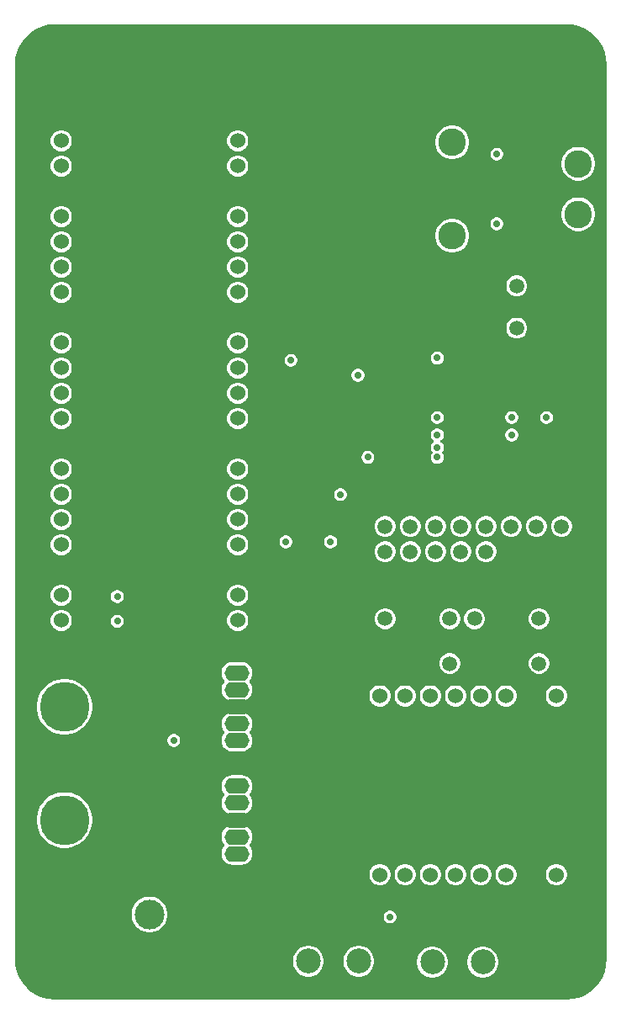
<source format=gbr>
%TF.GenerationSoftware,Altium Limited,Altium Designer,25.2.1 (25)*%
G04 Layer_Physical_Order=2*
G04 Layer_Color=36540*
%FSLAX43Y43*%
%MOMM*%
%TF.SameCoordinates,F457C3C9-6880-4064-B818-50B76E06CF19*%
%TF.FilePolarity,Positive*%
%TF.FileFunction,Copper,L2,Inr,Signal*%
%TF.Part,Single*%
G01*
G75*
%TA.AperFunction,ComponentPad*%
%ADD14C,2.500*%
%ADD15C,5.000*%
%ADD16O,2.500X1.600*%
%ADD17C,1.500*%
%ADD18C,3.000*%
%ADD19C,1.524*%
%ADD20C,6.000*%
%ADD21R,1.500X1.500*%
%ADD22C,2.775*%
%TA.AperFunction,ViaPad*%
%ADD23C,0.700*%
G36*
X56637Y98523D02*
X57259Y98374D01*
X57849Y98129D01*
X58394Y97795D01*
X58880Y97380D01*
X59295Y96894D01*
X59629Y96349D01*
X59874Y95759D01*
X60023Y95137D01*
X60071Y94530D01*
X60065Y94500D01*
Y4500D01*
X60071Y4470D01*
X60023Y3863D01*
X59874Y3241D01*
X59629Y2651D01*
X59295Y2106D01*
X58880Y1620D01*
X58394Y1205D01*
X57849Y871D01*
X57259Y626D01*
X56637Y477D01*
X56030Y429D01*
X56000Y435D01*
X4500D01*
X4470Y429D01*
X3863Y477D01*
X3241Y626D01*
X2651Y871D01*
X2106Y1205D01*
X1620Y1620D01*
X1205Y2106D01*
X871Y2651D01*
X626Y3241D01*
X477Y3863D01*
X429Y4470D01*
X435Y4500D01*
Y94500D01*
X429Y94530D01*
X477Y95137D01*
X626Y95759D01*
X871Y96349D01*
X1205Y96894D01*
X1620Y97380D01*
X2106Y97795D01*
X2651Y98129D01*
X3241Y98374D01*
X3863Y98523D01*
X4470Y98571D01*
X4500Y98565D01*
X56000D01*
X56030Y98571D01*
X56637Y98523D01*
D02*
G37*
%LPC*%
G36*
X23030Y87912D02*
X22750D01*
X22480Y87840D01*
X22238Y87700D01*
X22040Y87502D01*
X21900Y87260D01*
X21828Y86990D01*
Y86710D01*
X21900Y86440D01*
X22040Y86198D01*
X22238Y86000D01*
X22480Y85860D01*
X22750Y85788D01*
X23030D01*
X23300Y85860D01*
X23542Y86000D01*
X23740Y86198D01*
X23880Y86440D01*
X23952Y86710D01*
Y86990D01*
X23880Y87260D01*
X23740Y87502D01*
X23542Y87700D01*
X23300Y87840D01*
X23030Y87912D01*
D02*
G37*
G36*
X5250D02*
X4970D01*
X4700Y87840D01*
X4458Y87700D01*
X4260Y87502D01*
X4120Y87260D01*
X4048Y86990D01*
Y86710D01*
X4120Y86440D01*
X4260Y86198D01*
X4458Y86000D01*
X4700Y85860D01*
X4970Y85788D01*
X5250D01*
X5520Y85860D01*
X5762Y86000D01*
X5960Y86198D01*
X6100Y86440D01*
X6172Y86710D01*
Y86990D01*
X6100Y87260D01*
X5960Y87502D01*
X5762Y87700D01*
X5520Y87840D01*
X5250Y87912D01*
D02*
G37*
G36*
X44666Y88387D02*
X44334D01*
X44008Y88323D01*
X43701Y88195D01*
X43424Y88011D01*
X43189Y87776D01*
X43005Y87499D01*
X42877Y87192D01*
X42812Y86866D01*
Y86534D01*
X42877Y86208D01*
X43005Y85901D01*
X43189Y85624D01*
X43424Y85389D01*
X43701Y85205D01*
X44008Y85077D01*
X44334Y85012D01*
X44666D01*
X44992Y85077D01*
X45299Y85205D01*
X45576Y85389D01*
X45811Y85624D01*
X45995Y85901D01*
X46123Y86208D01*
X46188Y86534D01*
Y86866D01*
X46123Y87192D01*
X45995Y87499D01*
X45811Y87776D01*
X45576Y88011D01*
X45299Y88195D01*
X44992Y88323D01*
X44666Y88387D01*
D02*
G37*
G36*
X49086Y86150D02*
X48914D01*
X48749Y86106D01*
X48601Y86020D01*
X48480Y85899D01*
X48394Y85751D01*
X48350Y85586D01*
Y85414D01*
X48394Y85249D01*
X48480Y85101D01*
X48601Y84980D01*
X48749Y84894D01*
X48914Y84850D01*
X49086D01*
X49251Y84894D01*
X49399Y84980D01*
X49520Y85101D01*
X49606Y85249D01*
X49650Y85414D01*
Y85586D01*
X49606Y85751D01*
X49520Y85899D01*
X49399Y86020D01*
X49251Y86106D01*
X49086Y86150D01*
D02*
G37*
G36*
X23030Y85372D02*
X22750D01*
X22480Y85300D01*
X22238Y85160D01*
X22040Y84962D01*
X21900Y84720D01*
X21828Y84450D01*
Y84170D01*
X21900Y83900D01*
X22040Y83658D01*
X22238Y83460D01*
X22480Y83320D01*
X22750Y83248D01*
X23030D01*
X23300Y83320D01*
X23542Y83460D01*
X23740Y83658D01*
X23880Y83900D01*
X23952Y84170D01*
Y84450D01*
X23880Y84720D01*
X23740Y84962D01*
X23542Y85160D01*
X23300Y85300D01*
X23030Y85372D01*
D02*
G37*
G36*
X5250D02*
X4970D01*
X4700Y85300D01*
X4458Y85160D01*
X4260Y84962D01*
X4120Y84720D01*
X4048Y84450D01*
Y84170D01*
X4120Y83900D01*
X4260Y83658D01*
X4458Y83460D01*
X4700Y83320D01*
X4970Y83248D01*
X5250D01*
X5520Y83320D01*
X5762Y83460D01*
X5960Y83658D01*
X6100Y83900D01*
X6172Y84170D01*
Y84450D01*
X6100Y84720D01*
X5960Y84962D01*
X5762Y85160D01*
X5520Y85300D01*
X5250Y85372D01*
D02*
G37*
G36*
X57366Y86228D02*
X57034D01*
X56708Y86163D01*
X56401Y86035D01*
X56124Y85851D01*
X55889Y85616D01*
X55705Y85339D01*
X55577Y85032D01*
X55513Y84706D01*
Y84374D01*
X55577Y84048D01*
X55705Y83741D01*
X55889Y83464D01*
X56124Y83229D01*
X56401Y83045D01*
X56708Y82917D01*
X57034Y82853D01*
X57366D01*
X57692Y82917D01*
X57999Y83045D01*
X58276Y83229D01*
X58511Y83464D01*
X58695Y83741D01*
X58823Y84048D01*
X58888Y84374D01*
Y84706D01*
X58823Y85032D01*
X58695Y85339D01*
X58511Y85616D01*
X58276Y85851D01*
X57999Y86035D01*
X57692Y86163D01*
X57366Y86228D01*
D02*
G37*
G36*
X23030Y80292D02*
X22750D01*
X22480Y80220D01*
X22238Y80080D01*
X22040Y79882D01*
X21900Y79640D01*
X21828Y79370D01*
Y79090D01*
X21900Y78820D01*
X22040Y78578D01*
X22238Y78380D01*
X22480Y78240D01*
X22750Y78168D01*
X23030D01*
X23300Y78240D01*
X23542Y78380D01*
X23740Y78578D01*
X23880Y78820D01*
X23952Y79090D01*
Y79370D01*
X23880Y79640D01*
X23740Y79882D01*
X23542Y80080D01*
X23300Y80220D01*
X23030Y80292D01*
D02*
G37*
G36*
X5250D02*
X4970D01*
X4700Y80220D01*
X4458Y80080D01*
X4260Y79882D01*
X4120Y79640D01*
X4048Y79370D01*
Y79090D01*
X4120Y78820D01*
X4260Y78578D01*
X4458Y78380D01*
X4700Y78240D01*
X4970Y78168D01*
X5250D01*
X5520Y78240D01*
X5762Y78380D01*
X5960Y78578D01*
X6100Y78820D01*
X6172Y79090D01*
Y79370D01*
X6100Y79640D01*
X5960Y79882D01*
X5762Y80080D01*
X5520Y80220D01*
X5250Y80292D01*
D02*
G37*
G36*
X49086Y79150D02*
X48914D01*
X48749Y79106D01*
X48601Y79020D01*
X48480Y78899D01*
X48394Y78751D01*
X48350Y78586D01*
Y78414D01*
X48394Y78249D01*
X48480Y78101D01*
X48601Y77980D01*
X48749Y77894D01*
X48914Y77850D01*
X49086D01*
X49251Y77894D01*
X49399Y77980D01*
X49520Y78101D01*
X49606Y78249D01*
X49650Y78414D01*
Y78586D01*
X49606Y78751D01*
X49520Y78899D01*
X49399Y79020D01*
X49251Y79106D01*
X49086Y79150D01*
D02*
G37*
G36*
X57366Y81147D02*
X57034D01*
X56708Y81083D01*
X56401Y80955D01*
X56124Y80771D01*
X55889Y80536D01*
X55705Y80259D01*
X55577Y79952D01*
X55513Y79626D01*
Y79294D01*
X55577Y78968D01*
X55705Y78661D01*
X55889Y78384D01*
X56124Y78149D01*
X56401Y77965D01*
X56708Y77837D01*
X57034Y77772D01*
X57366D01*
X57692Y77837D01*
X57999Y77965D01*
X58276Y78149D01*
X58511Y78384D01*
X58695Y78661D01*
X58823Y78968D01*
X58888Y79294D01*
Y79626D01*
X58823Y79952D01*
X58695Y80259D01*
X58511Y80536D01*
X58276Y80771D01*
X57999Y80955D01*
X57692Y81083D01*
X57366Y81147D01*
D02*
G37*
G36*
X23030Y77752D02*
X22750D01*
X22480Y77680D01*
X22238Y77540D01*
X22040Y77342D01*
X21900Y77100D01*
X21828Y76830D01*
Y76550D01*
X21900Y76280D01*
X22040Y76038D01*
X22238Y75840D01*
X22480Y75700D01*
X22750Y75628D01*
X23030D01*
X23300Y75700D01*
X23542Y75840D01*
X23740Y76038D01*
X23880Y76280D01*
X23952Y76550D01*
Y76830D01*
X23880Y77100D01*
X23740Y77342D01*
X23542Y77540D01*
X23300Y77680D01*
X23030Y77752D01*
D02*
G37*
G36*
X5250D02*
X4970D01*
X4700Y77680D01*
X4458Y77540D01*
X4260Y77342D01*
X4120Y77100D01*
X4048Y76830D01*
Y76550D01*
X4120Y76280D01*
X4260Y76038D01*
X4458Y75840D01*
X4700Y75700D01*
X4970Y75628D01*
X5250D01*
X5520Y75700D01*
X5762Y75840D01*
X5960Y76038D01*
X6100Y76280D01*
X6172Y76550D01*
Y76830D01*
X6100Y77100D01*
X5960Y77342D01*
X5762Y77540D01*
X5520Y77680D01*
X5250Y77752D01*
D02*
G37*
G36*
X44666Y78988D02*
X44334D01*
X44008Y78923D01*
X43701Y78795D01*
X43424Y78611D01*
X43189Y78376D01*
X43005Y78099D01*
X42877Y77792D01*
X42812Y77466D01*
Y77134D01*
X42877Y76808D01*
X43005Y76501D01*
X43189Y76224D01*
X43424Y75989D01*
X43701Y75805D01*
X44008Y75677D01*
X44334Y75613D01*
X44666D01*
X44992Y75677D01*
X45299Y75805D01*
X45576Y75989D01*
X45811Y76224D01*
X45995Y76501D01*
X46123Y76808D01*
X46188Y77134D01*
Y77466D01*
X46123Y77792D01*
X45995Y78099D01*
X45811Y78376D01*
X45576Y78611D01*
X45299Y78795D01*
X44992Y78923D01*
X44666Y78988D01*
D02*
G37*
G36*
X23030Y75212D02*
X22750D01*
X22480Y75140D01*
X22238Y75000D01*
X22040Y74802D01*
X21900Y74560D01*
X21828Y74290D01*
Y74010D01*
X21900Y73740D01*
X22040Y73498D01*
X22238Y73300D01*
X22480Y73160D01*
X22750Y73088D01*
X23030D01*
X23300Y73160D01*
X23542Y73300D01*
X23740Y73498D01*
X23880Y73740D01*
X23952Y74010D01*
Y74290D01*
X23880Y74560D01*
X23740Y74802D01*
X23542Y75000D01*
X23300Y75140D01*
X23030Y75212D01*
D02*
G37*
G36*
X5250D02*
X4970D01*
X4700Y75140D01*
X4458Y75000D01*
X4260Y74802D01*
X4120Y74560D01*
X4048Y74290D01*
Y74010D01*
X4120Y73740D01*
X4260Y73498D01*
X4458Y73300D01*
X4700Y73160D01*
X4970Y73088D01*
X5250D01*
X5520Y73160D01*
X5762Y73300D01*
X5960Y73498D01*
X6100Y73740D01*
X6172Y74010D01*
Y74290D01*
X6100Y74560D01*
X5960Y74802D01*
X5762Y75000D01*
X5520Y75140D01*
X5250Y75212D01*
D02*
G37*
G36*
X51138Y73300D02*
X50862D01*
X50595Y73228D01*
X50355Y73090D01*
X50160Y72895D01*
X50022Y72655D01*
X49950Y72388D01*
Y72112D01*
X50022Y71845D01*
X50160Y71605D01*
X50355Y71410D01*
X50595Y71272D01*
X50862Y71200D01*
X51138D01*
X51405Y71272D01*
X51645Y71410D01*
X51840Y71605D01*
X51978Y71845D01*
X52050Y72112D01*
Y72388D01*
X51978Y72655D01*
X51840Y72895D01*
X51645Y73090D01*
X51405Y73228D01*
X51138Y73300D01*
D02*
G37*
G36*
X23030Y72672D02*
X22750D01*
X22480Y72600D01*
X22238Y72460D01*
X22040Y72262D01*
X21900Y72020D01*
X21828Y71750D01*
Y71470D01*
X21900Y71200D01*
X22040Y70958D01*
X22238Y70760D01*
X22480Y70620D01*
X22750Y70548D01*
X23030D01*
X23300Y70620D01*
X23542Y70760D01*
X23740Y70958D01*
X23880Y71200D01*
X23952Y71470D01*
Y71750D01*
X23880Y72020D01*
X23740Y72262D01*
X23542Y72460D01*
X23300Y72600D01*
X23030Y72672D01*
D02*
G37*
G36*
X5250D02*
X4970D01*
X4700Y72600D01*
X4458Y72460D01*
X4260Y72262D01*
X4120Y72020D01*
X4048Y71750D01*
Y71470D01*
X4120Y71200D01*
X4260Y70958D01*
X4458Y70760D01*
X4700Y70620D01*
X4970Y70548D01*
X5250D01*
X5520Y70620D01*
X5762Y70760D01*
X5960Y70958D01*
X6100Y71200D01*
X6172Y71470D01*
Y71750D01*
X6100Y72020D01*
X5960Y72262D01*
X5762Y72460D01*
X5520Y72600D01*
X5250Y72672D01*
D02*
G37*
G36*
X51138Y69050D02*
X50862D01*
X50595Y68978D01*
X50355Y68840D01*
X50160Y68645D01*
X50022Y68405D01*
X49950Y68138D01*
Y67862D01*
X50022Y67595D01*
X50160Y67355D01*
X50355Y67160D01*
X50595Y67022D01*
X50862Y66950D01*
X51138D01*
X51405Y67022D01*
X51645Y67160D01*
X51840Y67355D01*
X51978Y67595D01*
X52050Y67862D01*
Y68138D01*
X51978Y68405D01*
X51840Y68645D01*
X51645Y68840D01*
X51405Y68978D01*
X51138Y69050D01*
D02*
G37*
G36*
X23030Y67592D02*
X22750D01*
X22480Y67520D01*
X22238Y67380D01*
X22040Y67182D01*
X21900Y66940D01*
X21828Y66670D01*
Y66390D01*
X21900Y66120D01*
X22040Y65878D01*
X22238Y65680D01*
X22480Y65540D01*
X22750Y65468D01*
X23030D01*
X23300Y65540D01*
X23542Y65680D01*
X23740Y65878D01*
X23880Y66120D01*
X23952Y66390D01*
Y66670D01*
X23880Y66940D01*
X23740Y67182D01*
X23542Y67380D01*
X23300Y67520D01*
X23030Y67592D01*
D02*
G37*
G36*
X5250D02*
X4970D01*
X4700Y67520D01*
X4458Y67380D01*
X4260Y67182D01*
X4120Y66940D01*
X4048Y66670D01*
Y66390D01*
X4120Y66120D01*
X4260Y65878D01*
X4458Y65680D01*
X4700Y65540D01*
X4970Y65468D01*
X5250D01*
X5520Y65540D01*
X5762Y65680D01*
X5960Y65878D01*
X6100Y66120D01*
X6172Y66390D01*
Y66670D01*
X6100Y66940D01*
X5960Y67182D01*
X5762Y67380D01*
X5520Y67520D01*
X5250Y67592D01*
D02*
G37*
G36*
X43086Y65650D02*
X42914D01*
X42749Y65606D01*
X42601Y65520D01*
X42480Y65399D01*
X42394Y65251D01*
X42350Y65086D01*
Y64914D01*
X42394Y64749D01*
X42480Y64601D01*
X42601Y64480D01*
X42749Y64394D01*
X42914Y64350D01*
X43086D01*
X43251Y64394D01*
X43399Y64480D01*
X43520Y64601D01*
X43606Y64749D01*
X43650Y64914D01*
Y65086D01*
X43606Y65251D01*
X43520Y65399D01*
X43399Y65520D01*
X43251Y65606D01*
X43086Y65650D01*
D02*
G37*
G36*
X28336Y65400D02*
X28164D01*
X27999Y65356D01*
X27851Y65270D01*
X27730Y65149D01*
X27644Y65001D01*
X27600Y64836D01*
Y64664D01*
X27644Y64499D01*
X27730Y64351D01*
X27851Y64230D01*
X27999Y64144D01*
X28164Y64100D01*
X28336D01*
X28501Y64144D01*
X28649Y64230D01*
X28770Y64351D01*
X28856Y64499D01*
X28900Y64664D01*
Y64836D01*
X28856Y65001D01*
X28770Y65149D01*
X28649Y65270D01*
X28501Y65356D01*
X28336Y65400D01*
D02*
G37*
G36*
X23030Y65052D02*
X22750D01*
X22480Y64980D01*
X22238Y64840D01*
X22040Y64642D01*
X21900Y64400D01*
X21828Y64130D01*
Y63850D01*
X21900Y63580D01*
X22040Y63338D01*
X22238Y63140D01*
X22480Y63000D01*
X22750Y62928D01*
X23030D01*
X23300Y63000D01*
X23542Y63140D01*
X23740Y63338D01*
X23880Y63580D01*
X23952Y63850D01*
Y64130D01*
X23880Y64400D01*
X23740Y64642D01*
X23542Y64840D01*
X23300Y64980D01*
X23030Y65052D01*
D02*
G37*
G36*
X5250D02*
X4970D01*
X4700Y64980D01*
X4458Y64840D01*
X4260Y64642D01*
X4120Y64400D01*
X4048Y64130D01*
Y63850D01*
X4120Y63580D01*
X4260Y63338D01*
X4458Y63140D01*
X4700Y63000D01*
X4970Y62928D01*
X5250D01*
X5520Y63000D01*
X5762Y63140D01*
X5960Y63338D01*
X6100Y63580D01*
X6172Y63850D01*
Y64130D01*
X6100Y64400D01*
X5960Y64642D01*
X5762Y64840D01*
X5520Y64980D01*
X5250Y65052D01*
D02*
G37*
G36*
X35086Y63900D02*
X34914D01*
X34749Y63856D01*
X34601Y63770D01*
X34480Y63649D01*
X34394Y63501D01*
X34350Y63336D01*
Y63164D01*
X34394Y62999D01*
X34480Y62851D01*
X34601Y62730D01*
X34749Y62644D01*
X34914Y62600D01*
X35086D01*
X35251Y62644D01*
X35399Y62730D01*
X35520Y62851D01*
X35606Y62999D01*
X35650Y63164D01*
Y63336D01*
X35606Y63501D01*
X35520Y63649D01*
X35399Y63770D01*
X35251Y63856D01*
X35086Y63900D01*
D02*
G37*
G36*
X23030Y62512D02*
X22750D01*
X22480Y62440D01*
X22238Y62300D01*
X22040Y62102D01*
X21900Y61860D01*
X21828Y61590D01*
Y61310D01*
X21900Y61040D01*
X22040Y60798D01*
X22238Y60600D01*
X22480Y60460D01*
X22750Y60388D01*
X23030D01*
X23300Y60460D01*
X23542Y60600D01*
X23740Y60798D01*
X23880Y61040D01*
X23952Y61310D01*
Y61590D01*
X23880Y61860D01*
X23740Y62102D01*
X23542Y62300D01*
X23300Y62440D01*
X23030Y62512D01*
D02*
G37*
G36*
X5250D02*
X4970D01*
X4700Y62440D01*
X4458Y62300D01*
X4260Y62102D01*
X4120Y61860D01*
X4048Y61590D01*
Y61310D01*
X4120Y61040D01*
X4260Y60798D01*
X4458Y60600D01*
X4700Y60460D01*
X4970Y60388D01*
X5250D01*
X5520Y60460D01*
X5762Y60600D01*
X5960Y60798D01*
X6100Y61040D01*
X6172Y61310D01*
Y61590D01*
X6100Y61860D01*
X5960Y62102D01*
X5762Y62300D01*
X5520Y62440D01*
X5250Y62512D01*
D02*
G37*
G36*
X54086Y59650D02*
X53914D01*
X53749Y59606D01*
X53601Y59520D01*
X53480Y59399D01*
X53394Y59251D01*
X53350Y59086D01*
Y58914D01*
X53394Y58749D01*
X53480Y58601D01*
X53601Y58480D01*
X53749Y58394D01*
X53914Y58350D01*
X54086D01*
X54251Y58394D01*
X54399Y58480D01*
X54520Y58601D01*
X54606Y58749D01*
X54650Y58914D01*
Y59086D01*
X54606Y59251D01*
X54520Y59399D01*
X54399Y59520D01*
X54251Y59606D01*
X54086Y59650D01*
D02*
G37*
G36*
X50586D02*
X50414D01*
X50249Y59606D01*
X50101Y59520D01*
X49980Y59399D01*
X49894Y59251D01*
X49850Y59086D01*
Y58914D01*
X49894Y58749D01*
X49980Y58601D01*
X50101Y58480D01*
X50249Y58394D01*
X50414Y58350D01*
X50586D01*
X50751Y58394D01*
X50899Y58480D01*
X51020Y58601D01*
X51106Y58749D01*
X51150Y58914D01*
Y59086D01*
X51106Y59251D01*
X51020Y59399D01*
X50899Y59520D01*
X50751Y59606D01*
X50586Y59650D01*
D02*
G37*
G36*
X43086D02*
X42914D01*
X42749Y59606D01*
X42601Y59520D01*
X42480Y59399D01*
X42394Y59251D01*
X42350Y59086D01*
Y58914D01*
X42394Y58749D01*
X42480Y58601D01*
X42601Y58480D01*
X42749Y58394D01*
X42914Y58350D01*
X43086D01*
X43251Y58394D01*
X43399Y58480D01*
X43520Y58601D01*
X43606Y58749D01*
X43650Y58914D01*
Y59086D01*
X43606Y59251D01*
X43520Y59399D01*
X43399Y59520D01*
X43251Y59606D01*
X43086Y59650D01*
D02*
G37*
G36*
X23030Y59972D02*
X22750D01*
X22480Y59900D01*
X22238Y59760D01*
X22040Y59562D01*
X21900Y59320D01*
X21828Y59050D01*
Y58770D01*
X21900Y58500D01*
X22040Y58258D01*
X22238Y58060D01*
X22480Y57920D01*
X22750Y57848D01*
X23030D01*
X23300Y57920D01*
X23542Y58060D01*
X23740Y58258D01*
X23880Y58500D01*
X23952Y58770D01*
Y59050D01*
X23880Y59320D01*
X23740Y59562D01*
X23542Y59760D01*
X23300Y59900D01*
X23030Y59972D01*
D02*
G37*
G36*
X5250D02*
X4970D01*
X4700Y59900D01*
X4458Y59760D01*
X4260Y59562D01*
X4120Y59320D01*
X4048Y59050D01*
Y58770D01*
X4120Y58500D01*
X4260Y58258D01*
X4458Y58060D01*
X4700Y57920D01*
X4970Y57848D01*
X5250D01*
X5520Y57920D01*
X5762Y58060D01*
X5960Y58258D01*
X6100Y58500D01*
X6172Y58770D01*
Y59050D01*
X6100Y59320D01*
X5960Y59562D01*
X5762Y59760D01*
X5520Y59900D01*
X5250Y59972D01*
D02*
G37*
G36*
X50586Y57900D02*
X50414D01*
X50249Y57856D01*
X50101Y57770D01*
X49980Y57649D01*
X49894Y57501D01*
X49850Y57336D01*
Y57164D01*
X49894Y56999D01*
X49980Y56851D01*
X50101Y56730D01*
X50249Y56644D01*
X50414Y56600D01*
X50586D01*
X50751Y56644D01*
X50899Y56730D01*
X51020Y56851D01*
X51106Y56999D01*
X51150Y57164D01*
Y57336D01*
X51106Y57501D01*
X51020Y57649D01*
X50899Y57770D01*
X50751Y57856D01*
X50586Y57900D01*
D02*
G37*
G36*
X43086D02*
X42914D01*
X42749Y57856D01*
X42601Y57770D01*
X42480Y57649D01*
X42394Y57501D01*
X42350Y57336D01*
Y57164D01*
X42394Y56999D01*
X42480Y56851D01*
X42601Y56730D01*
X42656Y56698D01*
Y56552D01*
X42601Y56520D01*
X42480Y56399D01*
X42394Y56251D01*
X42350Y56086D01*
Y55914D01*
X42394Y55749D01*
X42480Y55601D01*
X42581Y55500D01*
X42480Y55399D01*
X42394Y55251D01*
X42350Y55086D01*
Y54914D01*
X42394Y54749D01*
X42480Y54601D01*
X42601Y54480D01*
X42749Y54394D01*
X42914Y54350D01*
X43086D01*
X43251Y54394D01*
X43399Y54480D01*
X43520Y54601D01*
X43606Y54749D01*
X43650Y54914D01*
Y55086D01*
X43606Y55251D01*
X43520Y55399D01*
X43419Y55500D01*
X43520Y55601D01*
X43606Y55749D01*
X43650Y55914D01*
Y56086D01*
X43606Y56251D01*
X43520Y56399D01*
X43399Y56520D01*
X43344Y56552D01*
Y56698D01*
X43399Y56730D01*
X43520Y56851D01*
X43606Y56999D01*
X43650Y57164D01*
Y57336D01*
X43606Y57501D01*
X43520Y57649D01*
X43399Y57770D01*
X43251Y57856D01*
X43086Y57900D01*
D02*
G37*
G36*
X36086Y55650D02*
X35914D01*
X35749Y55606D01*
X35601Y55520D01*
X35480Y55399D01*
X35394Y55251D01*
X35350Y55086D01*
Y54914D01*
X35394Y54749D01*
X35480Y54601D01*
X35601Y54480D01*
X35749Y54394D01*
X35914Y54350D01*
X36086D01*
X36251Y54394D01*
X36399Y54480D01*
X36520Y54601D01*
X36606Y54749D01*
X36650Y54914D01*
Y55086D01*
X36606Y55251D01*
X36520Y55399D01*
X36399Y55520D01*
X36251Y55606D01*
X36086Y55650D01*
D02*
G37*
G36*
X23030Y54892D02*
X22750D01*
X22480Y54820D01*
X22238Y54680D01*
X22040Y54482D01*
X21900Y54240D01*
X21828Y53970D01*
Y53690D01*
X21900Y53420D01*
X22040Y53178D01*
X22238Y52980D01*
X22480Y52840D01*
X22750Y52768D01*
X23030D01*
X23300Y52840D01*
X23542Y52980D01*
X23740Y53178D01*
X23880Y53420D01*
X23952Y53690D01*
Y53970D01*
X23880Y54240D01*
X23740Y54482D01*
X23542Y54680D01*
X23300Y54820D01*
X23030Y54892D01*
D02*
G37*
G36*
X5250D02*
X4970D01*
X4700Y54820D01*
X4458Y54680D01*
X4260Y54482D01*
X4120Y54240D01*
X4048Y53970D01*
Y53690D01*
X4120Y53420D01*
X4260Y53178D01*
X4458Y52980D01*
X4700Y52840D01*
X4970Y52768D01*
X5250D01*
X5520Y52840D01*
X5762Y52980D01*
X5960Y53178D01*
X6100Y53420D01*
X6172Y53690D01*
Y53970D01*
X6100Y54240D01*
X5960Y54482D01*
X5762Y54680D01*
X5520Y54820D01*
X5250Y54892D01*
D02*
G37*
G36*
X33336Y51900D02*
X33164D01*
X32999Y51856D01*
X32851Y51770D01*
X32730Y51649D01*
X32644Y51501D01*
X32600Y51336D01*
Y51164D01*
X32644Y50999D01*
X32730Y50851D01*
X32851Y50730D01*
X32999Y50644D01*
X33164Y50600D01*
X33336D01*
X33501Y50644D01*
X33649Y50730D01*
X33770Y50851D01*
X33856Y50999D01*
X33900Y51164D01*
Y51336D01*
X33856Y51501D01*
X33770Y51649D01*
X33649Y51770D01*
X33501Y51856D01*
X33336Y51900D01*
D02*
G37*
G36*
X23030Y52352D02*
X22750D01*
X22480Y52280D01*
X22238Y52140D01*
X22040Y51942D01*
X21900Y51700D01*
X21828Y51430D01*
Y51150D01*
X21900Y50880D01*
X22040Y50638D01*
X22238Y50440D01*
X22480Y50300D01*
X22750Y50228D01*
X23030D01*
X23300Y50300D01*
X23542Y50440D01*
X23740Y50638D01*
X23880Y50880D01*
X23952Y51150D01*
Y51430D01*
X23880Y51700D01*
X23740Y51942D01*
X23542Y52140D01*
X23300Y52280D01*
X23030Y52352D01*
D02*
G37*
G36*
X5250D02*
X4970D01*
X4700Y52280D01*
X4458Y52140D01*
X4260Y51942D01*
X4120Y51700D01*
X4048Y51430D01*
Y51150D01*
X4120Y50880D01*
X4260Y50638D01*
X4458Y50440D01*
X4700Y50300D01*
X4970Y50228D01*
X5250D01*
X5520Y50300D01*
X5762Y50440D01*
X5960Y50638D01*
X6100Y50880D01*
X6172Y51150D01*
Y51430D01*
X6100Y51700D01*
X5960Y51942D01*
X5762Y52140D01*
X5520Y52280D01*
X5250Y52352D01*
D02*
G37*
G36*
X23030Y49812D02*
X22750D01*
X22480Y49740D01*
X22238Y49600D01*
X22040Y49402D01*
X21900Y49160D01*
X21828Y48890D01*
Y48610D01*
X21900Y48340D01*
X22040Y48098D01*
X22238Y47900D01*
X22480Y47760D01*
X22750Y47688D01*
X23030D01*
X23300Y47760D01*
X23542Y47900D01*
X23740Y48098D01*
X23880Y48340D01*
X23952Y48610D01*
Y48890D01*
X23880Y49160D01*
X23740Y49402D01*
X23542Y49600D01*
X23300Y49740D01*
X23030Y49812D01*
D02*
G37*
G36*
X5250D02*
X4970D01*
X4700Y49740D01*
X4458Y49600D01*
X4260Y49402D01*
X4120Y49160D01*
X4048Y48890D01*
Y48610D01*
X4120Y48340D01*
X4260Y48098D01*
X4458Y47900D01*
X4700Y47760D01*
X4970Y47688D01*
X5250D01*
X5520Y47760D01*
X5762Y47900D01*
X5960Y48098D01*
X6100Y48340D01*
X6172Y48610D01*
Y48890D01*
X6100Y49160D01*
X5960Y49402D01*
X5762Y49600D01*
X5520Y49740D01*
X5250Y49812D01*
D02*
G37*
G36*
X45508Y49090D02*
X45232D01*
X44965Y49019D01*
X44725Y48880D01*
X44530Y48685D01*
X44392Y48445D01*
X44320Y48178D01*
Y47902D01*
X44392Y47635D01*
X44530Y47395D01*
X44725Y47200D01*
X44965Y47062D01*
X45232Y46990D01*
X45508D01*
X45775Y47062D01*
X46015Y47200D01*
X46210Y47395D01*
X46348Y47635D01*
X46420Y47902D01*
Y48178D01*
X46348Y48445D01*
X46210Y48685D01*
X46015Y48880D01*
X45775Y49019D01*
X45508Y49090D01*
D02*
G37*
G36*
X48048Y49090D02*
X47772D01*
X47505Y49018D01*
X47265Y48880D01*
X47070Y48685D01*
X46932Y48445D01*
X46860Y48178D01*
Y47902D01*
X46932Y47635D01*
X47070Y47395D01*
X47265Y47200D01*
X47505Y47062D01*
X47772Y46990D01*
X48048D01*
X48315Y47062D01*
X48555Y47200D01*
X48750Y47395D01*
X48888Y47635D01*
X48960Y47902D01*
Y48178D01*
X48888Y48445D01*
X48750Y48685D01*
X48555Y48880D01*
X48315Y49018D01*
X48048Y49090D01*
D02*
G37*
G36*
X42968D02*
X42692D01*
X42425Y49018D01*
X42185Y48880D01*
X41990Y48685D01*
X41852Y48445D01*
X41780Y48178D01*
Y47902D01*
X41852Y47635D01*
X41990Y47395D01*
X42185Y47200D01*
X42425Y47062D01*
X42692Y46990D01*
X42968D01*
X43235Y47062D01*
X43475Y47200D01*
X43670Y47395D01*
X43808Y47635D01*
X43880Y47902D01*
Y48178D01*
X43808Y48445D01*
X43670Y48685D01*
X43475Y48880D01*
X43235Y49018D01*
X42968Y49090D01*
D02*
G37*
G36*
X40428D02*
X40152D01*
X39885Y49018D01*
X39645Y48880D01*
X39450Y48685D01*
X39312Y48445D01*
X39240Y48178D01*
Y47902D01*
X39312Y47635D01*
X39450Y47395D01*
X39645Y47200D01*
X39885Y47062D01*
X40152Y46990D01*
X40428D01*
X40695Y47062D01*
X40935Y47200D01*
X41130Y47395D01*
X41268Y47635D01*
X41340Y47902D01*
Y48178D01*
X41268Y48445D01*
X41130Y48685D01*
X40935Y48880D01*
X40695Y49018D01*
X40428Y49090D01*
D02*
G37*
G36*
X37888D02*
X37612D01*
X37345Y49018D01*
X37105Y48880D01*
X36910Y48685D01*
X36772Y48445D01*
X36700Y48178D01*
Y47902D01*
X36772Y47635D01*
X36910Y47395D01*
X37105Y47200D01*
X37345Y47062D01*
X37612Y46990D01*
X37888D01*
X38155Y47062D01*
X38395Y47200D01*
X38590Y47395D01*
X38728Y47635D01*
X38800Y47902D01*
Y48178D01*
X38728Y48445D01*
X38590Y48685D01*
X38395Y48880D01*
X38155Y49018D01*
X37888Y49090D01*
D02*
G37*
G36*
X55668Y49090D02*
X55392D01*
X55125Y49018D01*
X54885Y48880D01*
X54690Y48685D01*
X54552Y48445D01*
X54480Y48178D01*
Y47902D01*
X54552Y47635D01*
X54690Y47395D01*
X54885Y47200D01*
X55125Y47061D01*
X55392Y46990D01*
X55668D01*
X55935Y47061D01*
X56175Y47200D01*
X56370Y47395D01*
X56508Y47635D01*
X56580Y47902D01*
Y48178D01*
X56508Y48445D01*
X56370Y48685D01*
X56175Y48880D01*
X55935Y49018D01*
X55668Y49090D01*
D02*
G37*
G36*
X53128D02*
X52852D01*
X52585Y49018D01*
X52345Y48880D01*
X52150Y48685D01*
X52012Y48445D01*
X51940Y48178D01*
Y47902D01*
X52012Y47635D01*
X52150Y47395D01*
X52345Y47200D01*
X52585Y47061D01*
X52852Y46990D01*
X53128D01*
X53395Y47061D01*
X53635Y47200D01*
X53830Y47395D01*
X53968Y47635D01*
X54040Y47902D01*
Y48178D01*
X53968Y48445D01*
X53830Y48685D01*
X53635Y48880D01*
X53395Y49018D01*
X53128Y49090D01*
D02*
G37*
G36*
X50588D02*
X50312D01*
X50045Y49018D01*
X49805Y48880D01*
X49610Y48685D01*
X49472Y48445D01*
X49400Y48178D01*
Y47902D01*
X49472Y47635D01*
X49610Y47395D01*
X49805Y47200D01*
X50045Y47061D01*
X50312Y46990D01*
X50588D01*
X50855Y47061D01*
X51095Y47200D01*
X51290Y47395D01*
X51428Y47635D01*
X51500Y47902D01*
Y48178D01*
X51428Y48445D01*
X51290Y48685D01*
X51095Y48880D01*
X50855Y49018D01*
X50588Y49090D01*
D02*
G37*
G36*
X32336Y47150D02*
X32164D01*
X31999Y47106D01*
X31851Y47020D01*
X31730Y46899D01*
X31644Y46751D01*
X31600Y46586D01*
Y46414D01*
X31644Y46249D01*
X31730Y46101D01*
X31851Y45980D01*
X31999Y45894D01*
X32164Y45850D01*
X32336D01*
X32501Y45894D01*
X32649Y45980D01*
X32770Y46101D01*
X32856Y46249D01*
X32900Y46414D01*
Y46586D01*
X32856Y46751D01*
X32770Y46899D01*
X32649Y47020D01*
X32501Y47106D01*
X32336Y47150D01*
D02*
G37*
G36*
X27836D02*
X27664D01*
X27499Y47106D01*
X27351Y47020D01*
X27230Y46899D01*
X27144Y46751D01*
X27100Y46586D01*
Y46414D01*
X27144Y46249D01*
X27230Y46101D01*
X27351Y45980D01*
X27499Y45894D01*
X27664Y45850D01*
X27836D01*
X28001Y45894D01*
X28149Y45980D01*
X28270Y46101D01*
X28356Y46249D01*
X28400Y46414D01*
Y46586D01*
X28356Y46751D01*
X28270Y46899D01*
X28149Y47020D01*
X28001Y47106D01*
X27836Y47150D01*
D02*
G37*
G36*
X23030Y47272D02*
X22750D01*
X22480Y47200D01*
X22238Y47060D01*
X22040Y46862D01*
X21900Y46620D01*
X21828Y46350D01*
Y46070D01*
X21900Y45800D01*
X22040Y45558D01*
X22238Y45360D01*
X22480Y45220D01*
X22750Y45148D01*
X23030D01*
X23300Y45220D01*
X23542Y45360D01*
X23740Y45558D01*
X23880Y45800D01*
X23952Y46070D01*
Y46350D01*
X23880Y46620D01*
X23740Y46862D01*
X23542Y47060D01*
X23300Y47200D01*
X23030Y47272D01*
D02*
G37*
G36*
X5250D02*
X4970D01*
X4700Y47200D01*
X4458Y47060D01*
X4260Y46862D01*
X4120Y46620D01*
X4048Y46350D01*
Y46070D01*
X4120Y45800D01*
X4260Y45558D01*
X4458Y45360D01*
X4700Y45220D01*
X4970Y45148D01*
X5250D01*
X5520Y45220D01*
X5762Y45360D01*
X5960Y45558D01*
X6100Y45800D01*
X6172Y46070D01*
Y46350D01*
X6100Y46620D01*
X5960Y46862D01*
X5762Y47060D01*
X5520Y47200D01*
X5250Y47272D01*
D02*
G37*
G36*
X48048Y46550D02*
X47772D01*
X47505Y46478D01*
X47265Y46340D01*
X47070Y46145D01*
X46932Y45905D01*
X46860Y45638D01*
Y45362D01*
X46932Y45095D01*
X47070Y44855D01*
X47265Y44660D01*
X47505Y44522D01*
X47772Y44450D01*
X48048D01*
X48315Y44522D01*
X48555Y44660D01*
X48750Y44855D01*
X48888Y45095D01*
X48960Y45362D01*
Y45638D01*
X48888Y45905D01*
X48750Y46145D01*
X48555Y46340D01*
X48315Y46478D01*
X48048Y46550D01*
D02*
G37*
G36*
X45508D02*
X45232D01*
X44965Y46478D01*
X44725Y46340D01*
X44530Y46145D01*
X44392Y45905D01*
X44320Y45638D01*
Y45362D01*
X44392Y45095D01*
X44530Y44855D01*
X44725Y44660D01*
X44965Y44522D01*
X45232Y44450D01*
X45508D01*
X45775Y44522D01*
X46015Y44660D01*
X46210Y44855D01*
X46348Y45095D01*
X46420Y45362D01*
Y45638D01*
X46348Y45905D01*
X46210Y46145D01*
X46015Y46340D01*
X45775Y46478D01*
X45508Y46550D01*
D02*
G37*
G36*
X42968D02*
X42692D01*
X42425Y46478D01*
X42185Y46340D01*
X41990Y46145D01*
X41852Y45905D01*
X41780Y45638D01*
Y45362D01*
X41852Y45095D01*
X41990Y44855D01*
X42185Y44660D01*
X42425Y44522D01*
X42692Y44450D01*
X42968D01*
X43235Y44522D01*
X43475Y44660D01*
X43670Y44855D01*
X43808Y45095D01*
X43880Y45362D01*
Y45638D01*
X43808Y45905D01*
X43670Y46145D01*
X43475Y46340D01*
X43235Y46478D01*
X42968Y46550D01*
D02*
G37*
G36*
X40428D02*
X40152D01*
X39885Y46478D01*
X39645Y46340D01*
X39450Y46145D01*
X39312Y45905D01*
X39240Y45638D01*
Y45362D01*
X39312Y45095D01*
X39450Y44855D01*
X39645Y44660D01*
X39885Y44522D01*
X40152Y44450D01*
X40428D01*
X40695Y44522D01*
X40935Y44660D01*
X41130Y44855D01*
X41268Y45095D01*
X41340Y45362D01*
Y45638D01*
X41268Y45905D01*
X41130Y46145D01*
X40935Y46340D01*
X40695Y46478D01*
X40428Y46550D01*
D02*
G37*
G36*
X37888D02*
X37612D01*
X37345Y46478D01*
X37105Y46340D01*
X36910Y46145D01*
X36772Y45905D01*
X36700Y45638D01*
Y45362D01*
X36772Y45095D01*
X36910Y44855D01*
X37105Y44660D01*
X37345Y44522D01*
X37612Y44450D01*
X37888D01*
X38155Y44522D01*
X38395Y44660D01*
X38590Y44855D01*
X38728Y45095D01*
X38800Y45362D01*
Y45638D01*
X38728Y45905D01*
X38590Y46145D01*
X38395Y46340D01*
X38155Y46478D01*
X37888Y46550D01*
D02*
G37*
G36*
X10836Y41650D02*
X10664D01*
X10499Y41606D01*
X10351Y41520D01*
X10230Y41399D01*
X10144Y41251D01*
X10100Y41086D01*
Y40914D01*
X10144Y40749D01*
X10230Y40601D01*
X10351Y40480D01*
X10499Y40394D01*
X10664Y40350D01*
X10836D01*
X11001Y40394D01*
X11149Y40480D01*
X11270Y40601D01*
X11356Y40749D01*
X11400Y40914D01*
Y41086D01*
X11356Y41251D01*
X11270Y41399D01*
X11149Y41520D01*
X11001Y41606D01*
X10836Y41650D01*
D02*
G37*
G36*
X23030Y42192D02*
X22750D01*
X22480Y42120D01*
X22238Y41980D01*
X22040Y41782D01*
X21900Y41540D01*
X21828Y41270D01*
Y40990D01*
X21900Y40720D01*
X22040Y40478D01*
X22238Y40280D01*
X22480Y40140D01*
X22750Y40068D01*
X23030D01*
X23300Y40140D01*
X23542Y40280D01*
X23740Y40478D01*
X23880Y40720D01*
X23952Y40990D01*
Y41270D01*
X23880Y41540D01*
X23740Y41782D01*
X23542Y41980D01*
X23300Y42120D01*
X23030Y42192D01*
D02*
G37*
G36*
X5250D02*
X4970D01*
X4700Y42120D01*
X4458Y41980D01*
X4260Y41782D01*
X4120Y41540D01*
X4048Y41270D01*
Y40990D01*
X4120Y40720D01*
X4260Y40478D01*
X4458Y40280D01*
X4700Y40140D01*
X4970Y40068D01*
X5250D01*
X5520Y40140D01*
X5762Y40280D01*
X5960Y40478D01*
X6100Y40720D01*
X6172Y40990D01*
Y41270D01*
X6100Y41540D01*
X5960Y41782D01*
X5762Y41980D01*
X5520Y42120D01*
X5250Y42192D01*
D02*
G37*
G36*
X10836Y39150D02*
X10664D01*
X10499Y39106D01*
X10351Y39020D01*
X10230Y38899D01*
X10144Y38751D01*
X10100Y38586D01*
Y38414D01*
X10144Y38249D01*
X10230Y38101D01*
X10351Y37980D01*
X10499Y37894D01*
X10664Y37850D01*
X10836D01*
X11001Y37894D01*
X11149Y37980D01*
X11270Y38101D01*
X11356Y38249D01*
X11400Y38414D01*
Y38586D01*
X11356Y38751D01*
X11270Y38899D01*
X11149Y39020D01*
X11001Y39106D01*
X10836Y39150D01*
D02*
G37*
G36*
X53388Y39800D02*
X53112D01*
X52845Y39728D01*
X52605Y39590D01*
X52410Y39395D01*
X52272Y39155D01*
X52200Y38888D01*
Y38612D01*
X52272Y38345D01*
X52410Y38105D01*
X52605Y37910D01*
X52845Y37772D01*
X53112Y37700D01*
X53388D01*
X53655Y37772D01*
X53895Y37910D01*
X54090Y38105D01*
X54228Y38345D01*
X54300Y38612D01*
Y38888D01*
X54228Y39155D01*
X54090Y39395D01*
X53895Y39590D01*
X53655Y39728D01*
X53388Y39800D01*
D02*
G37*
G36*
X46888D02*
X46612D01*
X46345Y39728D01*
X46105Y39590D01*
X45910Y39395D01*
X45772Y39155D01*
X45700Y38888D01*
Y38612D01*
X45772Y38345D01*
X45910Y38105D01*
X46105Y37910D01*
X46345Y37772D01*
X46612Y37700D01*
X46888D01*
X47155Y37772D01*
X47395Y37910D01*
X47590Y38105D01*
X47728Y38345D01*
X47800Y38612D01*
Y38888D01*
X47728Y39155D01*
X47590Y39395D01*
X47395Y39590D01*
X47155Y39728D01*
X46888Y39800D01*
D02*
G37*
G36*
X44388D02*
X44112D01*
X43845Y39728D01*
X43605Y39590D01*
X43410Y39395D01*
X43272Y39155D01*
X43200Y38888D01*
Y38612D01*
X43272Y38345D01*
X43410Y38105D01*
X43605Y37910D01*
X43845Y37772D01*
X44112Y37700D01*
X44388D01*
X44655Y37772D01*
X44895Y37910D01*
X45090Y38105D01*
X45228Y38345D01*
X45300Y38612D01*
Y38888D01*
X45228Y39155D01*
X45090Y39395D01*
X44895Y39590D01*
X44655Y39728D01*
X44388Y39800D01*
D02*
G37*
G36*
X37888D02*
X37612D01*
X37345Y39728D01*
X37105Y39590D01*
X36910Y39395D01*
X36772Y39155D01*
X36700Y38888D01*
Y38612D01*
X36772Y38345D01*
X36910Y38105D01*
X37105Y37910D01*
X37345Y37772D01*
X37612Y37700D01*
X37888D01*
X38155Y37772D01*
X38395Y37910D01*
X38590Y38105D01*
X38728Y38345D01*
X38800Y38612D01*
Y38888D01*
X38728Y39155D01*
X38590Y39395D01*
X38395Y39590D01*
X38155Y39728D01*
X37888Y39800D01*
D02*
G37*
G36*
X23030Y39652D02*
X22750D01*
X22480Y39580D01*
X22238Y39440D01*
X22040Y39242D01*
X21900Y39000D01*
X21828Y38730D01*
Y38450D01*
X21900Y38180D01*
X22040Y37938D01*
X22238Y37740D01*
X22480Y37600D01*
X22750Y37528D01*
X23030D01*
X23300Y37600D01*
X23542Y37740D01*
X23740Y37938D01*
X23880Y38180D01*
X23952Y38450D01*
Y38730D01*
X23880Y39000D01*
X23740Y39242D01*
X23542Y39440D01*
X23300Y39580D01*
X23030Y39652D01*
D02*
G37*
G36*
X5250D02*
X4970D01*
X4700Y39580D01*
X4458Y39440D01*
X4260Y39242D01*
X4120Y39000D01*
X4048Y38730D01*
Y38450D01*
X4120Y38180D01*
X4260Y37938D01*
X4458Y37740D01*
X4700Y37600D01*
X4970Y37528D01*
X5250D01*
X5520Y37600D01*
X5762Y37740D01*
X5960Y37938D01*
X6100Y38180D01*
X6172Y38450D01*
Y38730D01*
X6100Y39000D01*
X5960Y39242D01*
X5762Y39440D01*
X5520Y39580D01*
X5250Y39652D01*
D02*
G37*
G36*
X53388Y35300D02*
X53112D01*
X52845Y35228D01*
X52605Y35090D01*
X52410Y34895D01*
X52272Y34655D01*
X52200Y34388D01*
Y34112D01*
X52272Y33845D01*
X52410Y33605D01*
X52605Y33410D01*
X52845Y33272D01*
X53112Y33200D01*
X53388D01*
X53655Y33272D01*
X53895Y33410D01*
X54090Y33605D01*
X54228Y33845D01*
X54300Y34112D01*
Y34388D01*
X54228Y34655D01*
X54090Y34895D01*
X53895Y35090D01*
X53655Y35228D01*
X53388Y35300D01*
D02*
G37*
G36*
X44388D02*
X44112D01*
X43845Y35228D01*
X43605Y35090D01*
X43410Y34895D01*
X43272Y34655D01*
X43200Y34388D01*
Y34112D01*
X43272Y33845D01*
X43410Y33605D01*
X43605Y33410D01*
X43845Y33272D01*
X44112Y33200D01*
X44388D01*
X44655Y33272D01*
X44895Y33410D01*
X45090Y33605D01*
X45228Y33845D01*
X45300Y34112D01*
Y34388D01*
X45228Y34655D01*
X45090Y34895D01*
X44895Y35090D01*
X44655Y35228D01*
X44388Y35300D01*
D02*
G37*
G36*
X23263Y34409D02*
X22362D01*
X22075Y34372D01*
X21808Y34261D01*
X21578Y34085D01*
X21402Y33855D01*
X21291Y33587D01*
X21253Y33300D01*
X21291Y33013D01*
X21402Y32745D01*
X21578Y32515D01*
X21581Y32514D01*
X21581Y32387D01*
X21578Y32385D01*
X21402Y32155D01*
X21291Y31887D01*
X21253Y31600D01*
X21291Y31313D01*
X21402Y31045D01*
X21578Y30815D01*
X21808Y30639D01*
X22075Y30528D01*
X22362Y30491D01*
X23263D01*
X23550Y30528D01*
X23817Y30639D01*
X24047Y30815D01*
X24223Y31045D01*
X24334Y31313D01*
X24372Y31600D01*
X24334Y31887D01*
X24223Y32155D01*
X24047Y32385D01*
X24044Y32387D01*
X24044Y32514D01*
X24047Y32515D01*
X24223Y32745D01*
X24334Y33013D01*
X24372Y33300D01*
X24334Y33587D01*
X24223Y33855D01*
X24047Y34085D01*
X23817Y34261D01*
X23550Y34372D01*
X23263Y34409D01*
D02*
G37*
G36*
X55140Y32042D02*
X54860D01*
X54590Y31970D01*
X54348Y31830D01*
X54150Y31632D01*
X54010Y31390D01*
X53938Y31120D01*
Y30840D01*
X54010Y30570D01*
X54150Y30328D01*
X54348Y30130D01*
X54590Y29990D01*
X54860Y29918D01*
X55140D01*
X55410Y29990D01*
X55652Y30130D01*
X55850Y30328D01*
X55990Y30570D01*
X56062Y30840D01*
Y31120D01*
X55990Y31390D01*
X55850Y31632D01*
X55652Y31830D01*
X55410Y31970D01*
X55140Y32042D01*
D02*
G37*
G36*
X50060D02*
X49780D01*
X49510Y31970D01*
X49268Y31830D01*
X49070Y31632D01*
X48930Y31390D01*
X48858Y31120D01*
Y30840D01*
X48930Y30570D01*
X49070Y30328D01*
X49268Y30130D01*
X49510Y29990D01*
X49780Y29918D01*
X50060D01*
X50330Y29990D01*
X50572Y30130D01*
X50770Y30328D01*
X50910Y30570D01*
X50982Y30840D01*
Y31120D01*
X50910Y31390D01*
X50770Y31632D01*
X50572Y31830D01*
X50330Y31970D01*
X50060Y32042D01*
D02*
G37*
G36*
X47520D02*
X47240D01*
X46970Y31970D01*
X46728Y31830D01*
X46530Y31632D01*
X46390Y31390D01*
X46318Y31120D01*
Y30840D01*
X46390Y30570D01*
X46530Y30328D01*
X46728Y30130D01*
X46970Y29990D01*
X47240Y29918D01*
X47520D01*
X47790Y29990D01*
X48032Y30130D01*
X48230Y30328D01*
X48370Y30570D01*
X48442Y30840D01*
Y31120D01*
X48370Y31390D01*
X48230Y31632D01*
X48032Y31830D01*
X47790Y31970D01*
X47520Y32042D01*
D02*
G37*
G36*
X44980D02*
X44700D01*
X44430Y31970D01*
X44188Y31830D01*
X43990Y31632D01*
X43850Y31390D01*
X43778Y31120D01*
Y30840D01*
X43850Y30570D01*
X43990Y30328D01*
X44188Y30130D01*
X44430Y29990D01*
X44700Y29918D01*
X44980D01*
X45250Y29990D01*
X45492Y30130D01*
X45690Y30328D01*
X45830Y30570D01*
X45902Y30840D01*
Y31120D01*
X45830Y31390D01*
X45690Y31632D01*
X45492Y31830D01*
X45250Y31970D01*
X44980Y32042D01*
D02*
G37*
G36*
X42440D02*
X42160D01*
X41890Y31970D01*
X41648Y31830D01*
X41450Y31632D01*
X41310Y31390D01*
X41238Y31120D01*
Y30840D01*
X41310Y30570D01*
X41450Y30328D01*
X41648Y30130D01*
X41890Y29990D01*
X42160Y29918D01*
X42440D01*
X42710Y29990D01*
X42952Y30130D01*
X43150Y30328D01*
X43290Y30570D01*
X43362Y30840D01*
Y31120D01*
X43290Y31390D01*
X43150Y31632D01*
X42952Y31830D01*
X42710Y31970D01*
X42440Y32042D01*
D02*
G37*
G36*
X39900D02*
X39620D01*
X39350Y31970D01*
X39108Y31830D01*
X38910Y31632D01*
X38770Y31390D01*
X38698Y31120D01*
Y30840D01*
X38770Y30570D01*
X38910Y30328D01*
X39108Y30130D01*
X39350Y29990D01*
X39620Y29918D01*
X39900D01*
X40170Y29990D01*
X40412Y30130D01*
X40610Y30328D01*
X40750Y30570D01*
X40822Y30840D01*
Y31120D01*
X40750Y31390D01*
X40610Y31632D01*
X40412Y31830D01*
X40170Y31970D01*
X39900Y32042D01*
D02*
G37*
G36*
X37360D02*
X37080D01*
X36810Y31970D01*
X36568Y31830D01*
X36370Y31632D01*
X36230Y31390D01*
X36158Y31120D01*
Y30840D01*
X36230Y30570D01*
X36370Y30328D01*
X36568Y30130D01*
X36810Y29990D01*
X37080Y29918D01*
X37360D01*
X37630Y29990D01*
X37872Y30130D01*
X38070Y30328D01*
X38210Y30570D01*
X38282Y30840D01*
Y31120D01*
X38210Y31390D01*
X38070Y31632D01*
X37872Y31830D01*
X37630Y31970D01*
X37360Y32042D01*
D02*
G37*
G36*
X5658Y32700D02*
X5217D01*
X4782Y32631D01*
X4363Y32495D01*
X3970Y32295D01*
X3613Y32036D01*
X3302Y31724D01*
X3043Y31368D01*
X2843Y30975D01*
X2706Y30556D01*
X2638Y30120D01*
Y29680D01*
X2706Y29244D01*
X2843Y28825D01*
X3043Y28432D01*
X3302Y28076D01*
X3613Y27764D01*
X3970Y27505D01*
X4363Y27305D01*
X4782Y27169D01*
X5217Y27100D01*
X5658D01*
X6093Y27169D01*
X6512Y27305D01*
X6905Y27505D01*
X7262Y27764D01*
X7573Y28076D01*
X7832Y28432D01*
X8032Y28825D01*
X8169Y29244D01*
X8238Y29680D01*
Y30120D01*
X8169Y30556D01*
X8032Y30975D01*
X7832Y31368D01*
X7573Y31724D01*
X7262Y32036D01*
X6905Y32295D01*
X6512Y32495D01*
X6093Y32631D01*
X5658Y32700D01*
D02*
G37*
G36*
X16523Y27150D02*
X16352D01*
X16187Y27106D01*
X16038Y27020D01*
X15917Y26899D01*
X15832Y26751D01*
X15788Y26586D01*
Y26414D01*
X15832Y26249D01*
X15917Y26101D01*
X16038Y25980D01*
X16187Y25894D01*
X16352Y25850D01*
X16523D01*
X16688Y25894D01*
X16837Y25980D01*
X16958Y26101D01*
X17043Y26249D01*
X17087Y26414D01*
Y26586D01*
X17043Y26751D01*
X16958Y26899D01*
X16837Y27020D01*
X16688Y27106D01*
X16523Y27150D01*
D02*
G37*
G36*
X23263Y29309D02*
X22362D01*
X22075Y29272D01*
X21808Y29161D01*
X21578Y28985D01*
X21402Y28755D01*
X21291Y28487D01*
X21253Y28200D01*
X21291Y27913D01*
X21402Y27645D01*
X21578Y27415D01*
X21581Y27413D01*
X21581Y27287D01*
X21578Y27285D01*
X21402Y27055D01*
X21291Y26787D01*
X21253Y26500D01*
X21291Y26213D01*
X21402Y25945D01*
X21578Y25715D01*
X21808Y25539D01*
X22075Y25428D01*
X22362Y25391D01*
X23263D01*
X23550Y25428D01*
X23817Y25539D01*
X24047Y25715D01*
X24223Y25945D01*
X24334Y26213D01*
X24372Y26500D01*
X24334Y26787D01*
X24223Y27055D01*
X24047Y27285D01*
X24044Y27287D01*
X24044Y27413D01*
X24047Y27415D01*
X24223Y27645D01*
X24334Y27913D01*
X24372Y28200D01*
X24334Y28487D01*
X24223Y28755D01*
X24047Y28985D01*
X23817Y29161D01*
X23550Y29272D01*
X23263Y29309D01*
D02*
G37*
G36*
Y23009D02*
X22362D01*
X22075Y22972D01*
X21808Y22861D01*
X21578Y22685D01*
X21402Y22455D01*
X21291Y22187D01*
X21253Y21900D01*
X21291Y21613D01*
X21402Y21345D01*
X21578Y21115D01*
X21581Y21114D01*
X21581Y20986D01*
X21578Y20985D01*
X21402Y20755D01*
X21291Y20487D01*
X21253Y20200D01*
X21291Y19913D01*
X21402Y19645D01*
X21578Y19415D01*
X21808Y19239D01*
X22075Y19128D01*
X22362Y19091D01*
X23263D01*
X23550Y19128D01*
X23817Y19239D01*
X24047Y19415D01*
X24223Y19645D01*
X24334Y19913D01*
X24372Y20200D01*
X24334Y20487D01*
X24223Y20755D01*
X24047Y20985D01*
X24044Y20986D01*
X24044Y21114D01*
X24047Y21115D01*
X24223Y21345D01*
X24334Y21613D01*
X24372Y21900D01*
X24334Y22187D01*
X24223Y22455D01*
X24047Y22685D01*
X23817Y22861D01*
X23550Y22972D01*
X23263Y23009D01*
D02*
G37*
G36*
X5658Y21300D02*
X5217D01*
X4782Y21231D01*
X4363Y21095D01*
X3970Y20895D01*
X3613Y20636D01*
X3302Y20324D01*
X3043Y19968D01*
X2843Y19575D01*
X2706Y19156D01*
X2638Y18720D01*
Y18280D01*
X2706Y17844D01*
X2843Y17425D01*
X3043Y17032D01*
X3302Y16676D01*
X3613Y16364D01*
X3970Y16105D01*
X4363Y15905D01*
X4782Y15769D01*
X5217Y15700D01*
X5658D01*
X6093Y15769D01*
X6512Y15905D01*
X6905Y16105D01*
X7262Y16364D01*
X7573Y16676D01*
X7832Y17032D01*
X8032Y17425D01*
X8169Y17844D01*
X8238Y18280D01*
Y18720D01*
X8169Y19156D01*
X8032Y19575D01*
X7832Y19968D01*
X7573Y20324D01*
X7262Y20636D01*
X6905Y20895D01*
X6512Y21095D01*
X6093Y21231D01*
X5658Y21300D01*
D02*
G37*
G36*
X23263Y17909D02*
X22362D01*
X22075Y17872D01*
X21808Y17761D01*
X21578Y17585D01*
X21402Y17355D01*
X21291Y17087D01*
X21253Y16800D01*
X21291Y16513D01*
X21402Y16245D01*
X21578Y16015D01*
X21581Y16014D01*
X21581Y15887D01*
X21578Y15885D01*
X21402Y15655D01*
X21291Y15387D01*
X21253Y15100D01*
X21291Y14813D01*
X21402Y14545D01*
X21578Y14315D01*
X21808Y14139D01*
X22075Y14028D01*
X22362Y13991D01*
X23263D01*
X23550Y14028D01*
X23817Y14139D01*
X24047Y14315D01*
X24223Y14545D01*
X24334Y14813D01*
X24372Y15100D01*
X24334Y15387D01*
X24223Y15655D01*
X24047Y15885D01*
X24044Y15887D01*
X24044Y16014D01*
X24047Y16015D01*
X24223Y16245D01*
X24334Y16513D01*
X24372Y16800D01*
X24334Y17087D01*
X24223Y17355D01*
X24047Y17585D01*
X23817Y17761D01*
X23550Y17872D01*
X23263Y17909D01*
D02*
G37*
G36*
X55140Y14062D02*
X54860D01*
X54590Y13990D01*
X54348Y13850D01*
X54150Y13652D01*
X54010Y13410D01*
X53938Y13140D01*
Y12860D01*
X54010Y12590D01*
X54150Y12348D01*
X54348Y12150D01*
X54590Y12010D01*
X54860Y11938D01*
X55140D01*
X55410Y12010D01*
X55652Y12150D01*
X55850Y12348D01*
X55990Y12590D01*
X56062Y12860D01*
Y13140D01*
X55990Y13410D01*
X55850Y13652D01*
X55652Y13850D01*
X55410Y13990D01*
X55140Y14062D01*
D02*
G37*
G36*
X50060D02*
X49780D01*
X49510Y13990D01*
X49268Y13850D01*
X49070Y13652D01*
X48930Y13410D01*
X48858Y13140D01*
Y12860D01*
X48930Y12590D01*
X49070Y12348D01*
X49268Y12150D01*
X49510Y12010D01*
X49780Y11938D01*
X50060D01*
X50330Y12010D01*
X50572Y12150D01*
X50770Y12348D01*
X50910Y12590D01*
X50982Y12860D01*
Y13140D01*
X50910Y13410D01*
X50770Y13652D01*
X50572Y13850D01*
X50330Y13990D01*
X50060Y14062D01*
D02*
G37*
G36*
X47520D02*
X47240D01*
X46970Y13990D01*
X46728Y13850D01*
X46530Y13652D01*
X46390Y13410D01*
X46318Y13140D01*
Y12860D01*
X46390Y12590D01*
X46530Y12348D01*
X46728Y12150D01*
X46970Y12010D01*
X47240Y11938D01*
X47520D01*
X47790Y12010D01*
X48032Y12150D01*
X48230Y12348D01*
X48370Y12590D01*
X48442Y12860D01*
Y13140D01*
X48370Y13410D01*
X48230Y13652D01*
X48032Y13850D01*
X47790Y13990D01*
X47520Y14062D01*
D02*
G37*
G36*
X44980D02*
X44700D01*
X44430Y13990D01*
X44188Y13850D01*
X43990Y13652D01*
X43850Y13410D01*
X43778Y13140D01*
Y12860D01*
X43850Y12590D01*
X43990Y12348D01*
X44188Y12150D01*
X44430Y12010D01*
X44700Y11938D01*
X44980D01*
X45250Y12010D01*
X45492Y12150D01*
X45690Y12348D01*
X45830Y12590D01*
X45902Y12860D01*
Y13140D01*
X45830Y13410D01*
X45690Y13652D01*
X45492Y13850D01*
X45250Y13990D01*
X44980Y14062D01*
D02*
G37*
G36*
X42440D02*
X42160D01*
X41890Y13990D01*
X41648Y13850D01*
X41450Y13652D01*
X41310Y13410D01*
X41238Y13140D01*
Y12860D01*
X41310Y12590D01*
X41450Y12348D01*
X41648Y12150D01*
X41890Y12010D01*
X42160Y11938D01*
X42440D01*
X42710Y12010D01*
X42952Y12150D01*
X43150Y12348D01*
X43290Y12590D01*
X43362Y12860D01*
Y13140D01*
X43290Y13410D01*
X43150Y13652D01*
X42952Y13850D01*
X42710Y13990D01*
X42440Y14062D01*
D02*
G37*
G36*
X39900D02*
X39620D01*
X39350Y13990D01*
X39108Y13850D01*
X38910Y13652D01*
X38770Y13410D01*
X38698Y13140D01*
Y12860D01*
X38770Y12590D01*
X38910Y12348D01*
X39108Y12150D01*
X39350Y12010D01*
X39620Y11938D01*
X39900D01*
X40170Y12010D01*
X40412Y12150D01*
X40610Y12348D01*
X40750Y12590D01*
X40822Y12860D01*
Y13140D01*
X40750Y13410D01*
X40610Y13652D01*
X40412Y13850D01*
X40170Y13990D01*
X39900Y14062D01*
D02*
G37*
G36*
X37360D02*
X37080D01*
X36810Y13990D01*
X36568Y13850D01*
X36370Y13652D01*
X36230Y13410D01*
X36158Y13140D01*
Y12860D01*
X36230Y12590D01*
X36370Y12348D01*
X36568Y12150D01*
X36810Y12010D01*
X37080Y11938D01*
X37360D01*
X37630Y12010D01*
X37872Y12150D01*
X38070Y12348D01*
X38210Y12590D01*
X38282Y12860D01*
Y13140D01*
X38210Y13410D01*
X38070Y13652D01*
X37872Y13850D01*
X37630Y13990D01*
X37360Y14062D01*
D02*
G37*
G36*
X38336Y9400D02*
X38164D01*
X37999Y9356D01*
X37851Y9270D01*
X37730Y9149D01*
X37644Y9001D01*
X37600Y8836D01*
Y8664D01*
X37644Y8499D01*
X37730Y8351D01*
X37851Y8230D01*
X37999Y8144D01*
X38164Y8100D01*
X38336D01*
X38501Y8144D01*
X38649Y8230D01*
X38770Y8351D01*
X38856Y8499D01*
X38900Y8664D01*
Y8836D01*
X38856Y9001D01*
X38770Y9149D01*
X38649Y9270D01*
X38501Y9356D01*
X38336Y9400D01*
D02*
G37*
G36*
X14177Y10800D02*
X13823D01*
X13475Y10731D01*
X13147Y10595D01*
X12853Y10398D01*
X12602Y10147D01*
X12405Y9853D01*
X12269Y9525D01*
X12200Y9177D01*
Y8823D01*
X12269Y8475D01*
X12405Y8147D01*
X12602Y7853D01*
X12853Y7602D01*
X13147Y7405D01*
X13475Y7269D01*
X13823Y7200D01*
X14177D01*
X14525Y7269D01*
X14853Y7405D01*
X15147Y7602D01*
X15398Y7853D01*
X15595Y8147D01*
X15731Y8475D01*
X15800Y8823D01*
Y9177D01*
X15731Y9525D01*
X15595Y9853D01*
X15398Y10147D01*
X15147Y10398D01*
X14853Y10595D01*
X14525Y10731D01*
X14177Y10800D01*
D02*
G37*
G36*
X35233Y5850D02*
X34927D01*
X34628Y5791D01*
X34346Y5674D01*
X34092Y5504D01*
X33876Y5288D01*
X33706Y5034D01*
X33589Y4752D01*
X33530Y4453D01*
Y4148D01*
X33589Y3848D01*
X33706Y3566D01*
X33876Y3312D01*
X34092Y3096D01*
X34346Y2927D01*
X34628Y2810D01*
X34927Y2750D01*
X35233D01*
X35532Y2810D01*
X35814Y2927D01*
X36068Y3096D01*
X36284Y3312D01*
X36453Y3566D01*
X36570Y3848D01*
X36630Y4148D01*
Y4453D01*
X36570Y4752D01*
X36453Y5034D01*
X36284Y5288D01*
X36068Y5504D01*
X35814Y5674D01*
X35532Y5791D01*
X35233Y5850D01*
D02*
G37*
G36*
X30153D02*
X29847D01*
X29548Y5791D01*
X29266Y5674D01*
X29012Y5504D01*
X28796Y5288D01*
X28626Y5034D01*
X28509Y4752D01*
X28450Y4453D01*
Y4148D01*
X28509Y3848D01*
X28626Y3566D01*
X28796Y3312D01*
X29012Y3096D01*
X29266Y2927D01*
X29548Y2810D01*
X29847Y2750D01*
X30153D01*
X30452Y2810D01*
X30734Y2927D01*
X30988Y3096D01*
X31204Y3312D01*
X31373Y3566D01*
X31490Y3848D01*
X31550Y4148D01*
Y4453D01*
X31490Y4752D01*
X31373Y5034D01*
X31204Y5288D01*
X30988Y5504D01*
X30734Y5674D01*
X30452Y5791D01*
X30153Y5850D01*
D02*
G37*
G36*
X47733Y5750D02*
X47427D01*
X47128Y5690D01*
X46846Y5574D01*
X46592Y5404D01*
X46376Y5188D01*
X46206Y4934D01*
X46090Y4652D01*
X46030Y4353D01*
Y4047D01*
X46090Y3748D01*
X46206Y3466D01*
X46376Y3212D01*
X46592Y2996D01*
X46846Y2826D01*
X47128Y2710D01*
X47427Y2650D01*
X47733D01*
X48032Y2710D01*
X48314Y2826D01*
X48568Y2996D01*
X48784Y3212D01*
X48954Y3466D01*
X49070Y3748D01*
X49130Y4047D01*
Y4353D01*
X49070Y4652D01*
X48954Y4934D01*
X48784Y5188D01*
X48568Y5404D01*
X48314Y5574D01*
X48032Y5690D01*
X47733Y5750D01*
D02*
G37*
G36*
X42653D02*
X42347D01*
X42048Y5690D01*
X41766Y5574D01*
X41512Y5404D01*
X41296Y5188D01*
X41126Y4934D01*
X41010Y4652D01*
X40950Y4353D01*
Y4047D01*
X41010Y3748D01*
X41126Y3466D01*
X41296Y3212D01*
X41512Y2996D01*
X41766Y2826D01*
X42048Y2710D01*
X42347Y2650D01*
X42653D01*
X42952Y2710D01*
X43234Y2826D01*
X43488Y2996D01*
X43704Y3212D01*
X43874Y3466D01*
X43990Y3748D01*
X44050Y4047D01*
Y4353D01*
X43990Y4652D01*
X43874Y4934D01*
X43704Y5188D01*
X43488Y5404D01*
X43234Y5574D01*
X42952Y5690D01*
X42653Y5750D01*
D02*
G37*
%LPD*%
D14*
X47580Y4200D02*
D03*
X42500D02*
D03*
X24920Y4300D02*
D03*
X30000D02*
D03*
X35080D02*
D03*
D15*
X5438Y18500D02*
D03*
Y29900D02*
D03*
D16*
X22812Y15100D02*
D03*
Y16800D02*
D03*
Y20200D02*
D03*
Y21900D02*
D03*
Y18500D02*
D03*
Y26500D02*
D03*
Y28200D02*
D03*
Y31600D02*
D03*
Y33300D02*
D03*
Y29900D02*
D03*
D17*
X52990Y45500D02*
D03*
X55530D02*
D03*
X47910Y45500D02*
D03*
X50450D02*
D03*
X42830D02*
D03*
X45370D02*
D03*
X37750D02*
D03*
X40290D02*
D03*
X47910Y48040D02*
D03*
X45370Y48040D02*
D03*
X42830Y48040D02*
D03*
X40290D02*
D03*
X37750D02*
D03*
X50450Y48040D02*
D03*
X55530D02*
D03*
X52990D02*
D03*
X51000Y68000D02*
D03*
X53250Y34250D02*
D03*
X46750D02*
D03*
X53250Y38750D02*
D03*
X46750D02*
D03*
X37750D02*
D03*
X44250D02*
D03*
X37750Y34250D02*
D03*
X44250D02*
D03*
X51000Y72250D02*
D03*
D18*
X14000Y3000D02*
D03*
Y9000D02*
D03*
X18700Y6000D02*
D03*
D19*
X37220Y30980D02*
D03*
X39760D02*
D03*
X42300D02*
D03*
X44840D02*
D03*
X47380D02*
D03*
X49920D02*
D03*
X52460D02*
D03*
X55000D02*
D03*
X37220Y13000D02*
D03*
X39760D02*
D03*
X42300D02*
D03*
X44840D02*
D03*
X47380D02*
D03*
X49920D02*
D03*
X52460D02*
D03*
X55000D02*
D03*
X22890Y38590D02*
D03*
Y41130D02*
D03*
Y43670D02*
D03*
Y46210D02*
D03*
Y48750D02*
D03*
Y51290D02*
D03*
Y53830D02*
D03*
Y56370D02*
D03*
Y58910D02*
D03*
Y61450D02*
D03*
Y63990D02*
D03*
Y66530D02*
D03*
Y69070D02*
D03*
Y71610D02*
D03*
Y74150D02*
D03*
Y76690D02*
D03*
Y79230D02*
D03*
Y81770D02*
D03*
Y84310D02*
D03*
Y86850D02*
D03*
X5110D02*
D03*
Y84310D02*
D03*
Y81770D02*
D03*
Y79230D02*
D03*
Y76690D02*
D03*
Y74150D02*
D03*
Y71610D02*
D03*
Y69070D02*
D03*
Y66530D02*
D03*
Y63990D02*
D03*
Y61450D02*
D03*
Y58910D02*
D03*
Y56370D02*
D03*
Y53830D02*
D03*
Y51290D02*
D03*
Y48750D02*
D03*
Y46210D02*
D03*
Y43670D02*
D03*
Y41130D02*
D03*
Y38590D02*
D03*
D20*
X4500Y94500D02*
D03*
X56000D02*
D03*
X4500Y4500D02*
D03*
X56000D02*
D03*
D21*
X53540Y68000D02*
D03*
Y72250D02*
D03*
D22*
X57200Y79460D02*
D03*
Y84540D02*
D03*
X44500Y77300D02*
D03*
Y82000D02*
D03*
Y86700D02*
D03*
D23*
X49000Y85500D02*
D03*
Y78500D02*
D03*
X43000Y65000D02*
D03*
X31150Y29350D02*
D03*
Y35350D02*
D03*
Y16950D02*
D03*
Y22950D02*
D03*
X28250Y64750D02*
D03*
X35000Y63250D02*
D03*
X36000Y55000D02*
D03*
X30000Y49000D02*
D03*
X32250Y46500D02*
D03*
X27750D02*
D03*
X33250Y51250D02*
D03*
X33500Y63250D02*
D03*
X29500D02*
D03*
X28500Y54000D02*
D03*
X10750Y41000D02*
D03*
Y38500D02*
D03*
X38250Y8750D02*
D03*
X37250Y17250D02*
D03*
X46750Y58000D02*
D03*
X54000Y59000D02*
D03*
X39500D02*
D03*
X43000Y55000D02*
D03*
Y56000D02*
D03*
X50500Y59000D02*
D03*
X43000D02*
D03*
Y57250D02*
D03*
X50500D02*
D03*
X16438Y26500D02*
D03*
X30000Y38000D02*
D03*
X34650Y39600D02*
D03*
%TF.MD5,5f810b14f8798ef32fb23e595b6392b7*%
M02*

</source>
